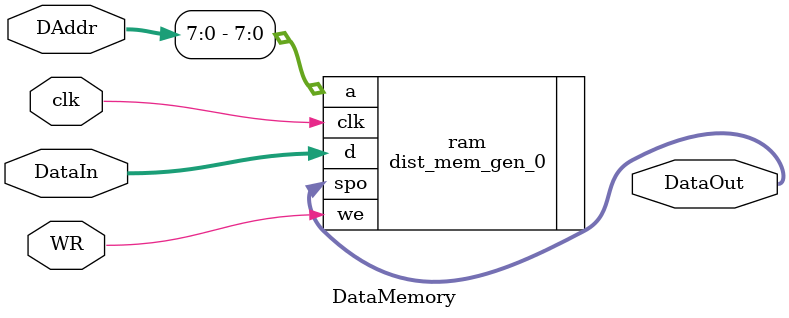
<source format=v>
`timescale 1ns / 1ps



module DataMemory(
    input clk,
    input [31:0] DAddr,
    input [31:0] DataIn,
//    input RD,    // ¶Á¿ØÖÆ£¬1ÓÐÐ§
    input WR,    // Ð´¿ØÖÆ£¬1ÓÐÐ§
    output [31:0] DataOut    // ¶Á³ö32Î»Êý¾Ý
    );

    dist_mem_gen_0  ram(.clk(clk),.we(WR),.a(DAddr[7:0]),.d(DataIn),.spo(DataOut));//°´×Ö´æ´¢
//    reg [31:0] tmp[0:15];
//    integer i=0; 
//        initial begin5
//     $readmemb("D:/datareverse.txt", tmp);//¶ÁÊý¾ÝÎÄ¼þ
//    end
//    reg [31:0] RAM [0:15];    // Ã¿¸öÄÚ´æµ¥ÔªÎª32Î»£¬¼´Ò»¸ö×Ö
//    assign DataOut[31:0]   = (RD==1) ? RAM[DAddr] : 32'b0;
//   always @(negedge clk) 
//    begin
//        if(WR == 1) begin
//            RAM[DAddr] <= DataIn[31:0];
//        end
//    end
//  always@(tmp[15])//¶Á³öÊý¾Ý½øÈëram
//    begin
//        for(i=0;i<16;i=i+1)
//        begin 
//         RAM[i]=tmp[i];                   
//        end  
//    end
    
    
//    assign DataOut[31:0]   = (RD==1) ? RAM[DAddr] : 32'b0

//    assign DataOut[7:0]   = (RD==1) ? RAM[DAddr+3] : 8'b0;
//    assign DataOut[15:8]  = (RD==1) ? RAM[DAddr+2] : 8'b0;
//    assign DataOut[23:16] = (RD==1) ? RAM[DAddr+1] : 8'b0;
//    assign DataOut[31:24] = (RD==1) ? RAM[DAddr+0] : 8'b0;
    
//always@(tmp[0])//¶Á³öÊý¾Ý½øÈëram
//    begin
//        for(i=0;i<16;i=i+1)
//        begin 
//         RAM[4*i+3]=tmp[i][7:0];
//         RAM[4*i+2]=tmp[i][15:8];
//         RAM[4*i+1]=tmp[i][23:16];   
//         RAM[4*i]=tmp[i][31:24];                      
//        end  
//    end
    
//   always @(negedge clk) begin
//        if(WR == 1) begin
//            RAM[DAddr+0] <= DataIn[31:24];
//            RAM[DAddr+1] <= DataIn[23:16];
//            RAM[DAddr+2] <= DataIn[15:8];
//            RAM[DAddr+3] <= DataIn[7:0];
//        end
//    end
endmodule

</source>
